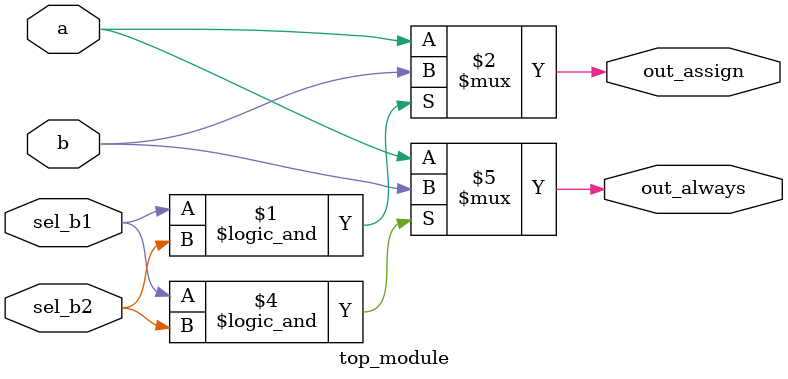
<source format=v>
module top_module(
    input a,
    input b,
    input sel_b1,
    input sel_b2,
    output wire out_assign,
    output reg out_always   );
assign out_assign = (sel_b1 && sel_b2)? b : a;

always@(*) begin
out_always = (sel_b1 && sel_b2) ? b : a;
end

endmodule

</source>
